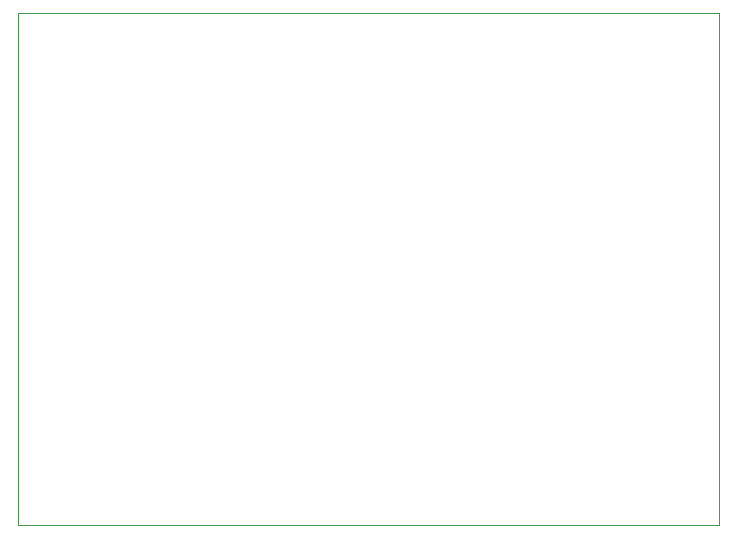
<source format=gbr>
%TF.GenerationSoftware,KiCad,Pcbnew,5.1.10-88a1d61d58~88~ubuntu18.04.1*%
%TF.CreationDate,2021-08-07T22:55:04+07:00*%
%TF.ProjectId,ADV728xM_EVAL_SMA-MINISAS_MX8Mx,41445637-3238-4784-9d5f-4556414c5f53,rev?*%
%TF.SameCoordinates,Original*%
%TF.FileFunction,Profile,NP*%
%FSLAX46Y46*%
G04 Gerber Fmt 4.6, Leading zero omitted, Abs format (unit mm)*
G04 Created by KiCad (PCBNEW 5.1.10-88a1d61d58~88~ubuntu18.04.1) date 2021-08-07 22:55:04*
%MOMM*%
%LPD*%
G01*
G04 APERTURE LIST*
%TA.AperFunction,Profile*%
%ADD10C,0.050000*%
%TD*%
G04 APERTURE END LIST*
D10*
X132100540Y-121869200D02*
X132105400Y-78498700D01*
X191440020Y-121869200D02*
X132100540Y-121869200D01*
X191439800Y-78524100D02*
X191439800Y-121869200D01*
X132105400Y-78498700D02*
X191439800Y-78524100D01*
M02*

</source>
